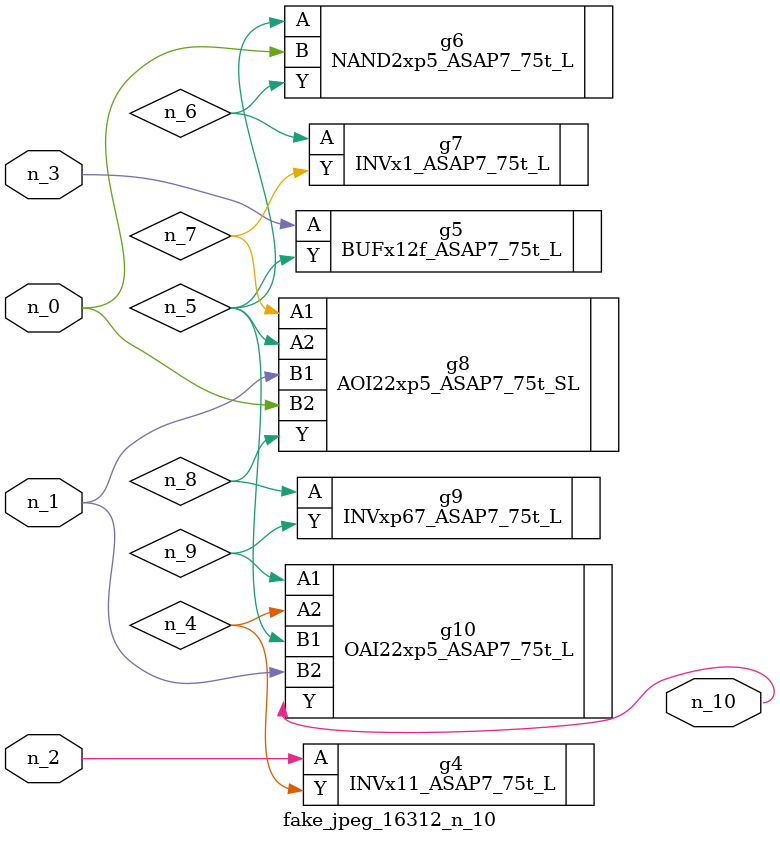
<source format=v>
module fake_jpeg_16312_n_10 (n_0, n_3, n_2, n_1, n_10);

input n_0;
input n_3;
input n_2;
input n_1;

output n_10;

wire n_4;
wire n_8;
wire n_9;
wire n_6;
wire n_5;
wire n_7;

INVx11_ASAP7_75t_L g4 ( 
.A(n_2),
.Y(n_4)
);

BUFx12f_ASAP7_75t_L g5 ( 
.A(n_3),
.Y(n_5)
);

NAND2xp5_ASAP7_75t_L g6 ( 
.A(n_5),
.B(n_0),
.Y(n_6)
);

INVx1_ASAP7_75t_L g7 ( 
.A(n_6),
.Y(n_7)
);

AOI22xp5_ASAP7_75t_SL g8 ( 
.A1(n_7),
.A2(n_5),
.B1(n_1),
.B2(n_0),
.Y(n_8)
);

INVxp67_ASAP7_75t_L g9 ( 
.A(n_8),
.Y(n_9)
);

OAI22xp5_ASAP7_75t_L g10 ( 
.A1(n_9),
.A2(n_4),
.B1(n_5),
.B2(n_1),
.Y(n_10)
);


endmodule
</source>
